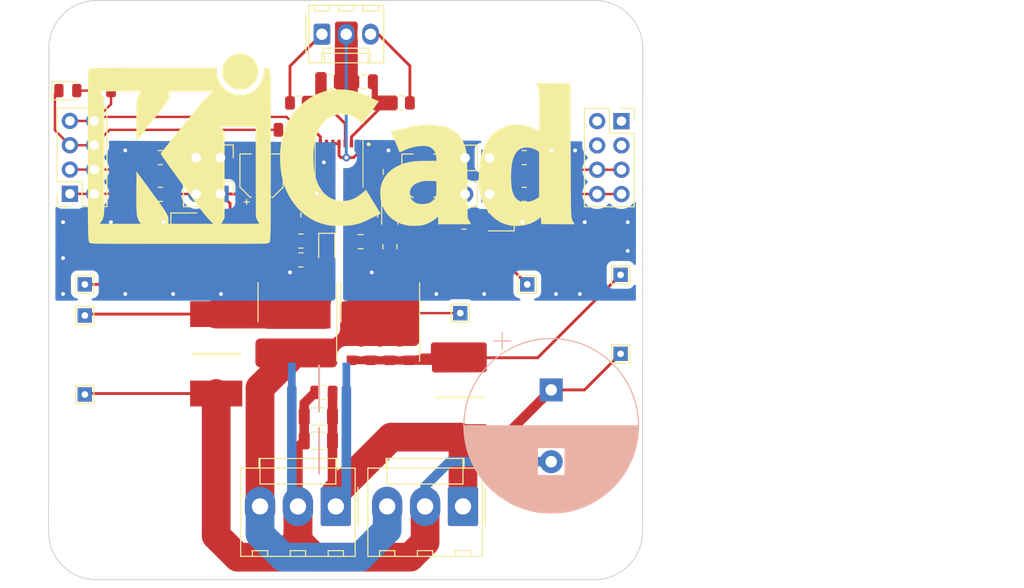
<source format=kicad_pcb>
(kicad_pcb (version 20211014) (generator pcbnew)
  (title_block (comment 4 "AISLER Project ID: ZPYPMIGU"))
  (layers (0 "F.Cu" mixed) (31 "B.Cu" mixed) (34 "B.Paste" user) (35 "F.Paste" user) (36 "B.SilkS" user "B.Silkscreen") (37 "F.SilkS" user "F.Silkscreen") (38 "B.Mask" user) (39 "F.Mask" user) (44 "Edge.Cuts" user))
  (net 0 "")
  (net 1 "GND")
  (net 2 "+3.3V")
  (net 3 "VCCA")
  (net 4 "VCCB")
  (net 5 "GND1")
  (net 6 "LED1")
  (net 7 "Net-(C5-Pad1)")
  (net 8 "Net-(C5-Pad2)")
  (net 9 "GND2")
  (net 10 "OUTA")
  (net 11 "GND3")
  (net 12 "Net-(D1-Pad2)")
  (net 13 "Net-(D2-Pad2)")
  (net 14 "Net-(D5-Pad2)")
  (net 15 "Net-(D6-Pad2)")
  (net 16 "Net-(D7-Pad2)")
  (net 17 "Net-(Q2-Pad8)")
  (net 18 "Net-(J2-Pad1)")
  (net 19 "Net-(J2-Pad3)")
  (net 20 "HVDC+")
  (net 21 "PWM1")
  (net 22 "PWM2")
  (net 23 "OUTB")
  (net 24 "gnd-1")
  (net 25 "LED2")
  (net 26 "gnd-2")
  (net 27 "Net-(C4-Pad2)")
  (net 28 "Net-(J1-Pad3)")
  (net 30 "Net-(Q1-Pad1)")
  (net 31 "Net-(Q2-Pad5)")
  (net 32 "Net-(FB3-Pad1)")
  (net 33 "Net-(FB4-Pad1)")
  (net 38 "Net-(FB1-Pad2)")
  (net 39 "Net-(FB2-Pad1)")
  (footprint "LED_SMD:LED_0805_2012Metric" (layer "F.Cu") (at 107.78 58.46)
    (fp_text reference "D5" hide)
    (fp_text value "LED")
    (pad "1" smd roundrect (at -0.9375 0) (size 0.975 1.4) (layers "F.Cu" "F.Paste" "F.Mask") (net 1 "GND"))
    (pad "2" smd roundrect (at 0.9375 0) (size 0.975 1.4) (layers "F.Cu" "F.Paste" "F.Mask") (net 14 "Net-(D5-Pad2)"))
  )
  (footprint "Connector_Molex:Molex_KK-254_AE-6410-03A_1x03_P2.54mm_Vertical" (layer "F.Cu") (at 134.325 52.57)
    (fp_text reference "J2" hide)
    (fp_text value "PWM")
    (pad "1" thru_hole roundrect (at 0 0) (size 1.74 2.19) (drill 1.19) (layers *.Cu *.Mask) (roundrect_rratio 0.1436781609) (net 18 "Net-(J2-Pad1)"))
    (pad "2" thru_hole oval (at 2.54 0) (size 1.74 2.19) (drill 1.19) (layers *.Cu *.Mask) (net 1 "GND"))
    (pad "3" thru_hole oval (at 5.08 0) (size 1.74 2.19) (drill 1.19) (layers *.Cu *.Mask) (net 19 "Net-(J2-Pad3)"))
  )
  (footprint "MountingHole:MountingHole_3.2mm_M3" (layer "F.Cu") (at 163.88 53.11)
    (fp_text reference "H3" hide)
    (fp_text value "MountingHole")
    (pad "" np_thru_hole circle (at 0 0) (size 3.2 3.2) (drill 3.2) (layers *.Cu *.Mask))
  )
  (footprint "Resistor_SMD:R_0805_2012Metric" (layer "F.Cu") (at 139.102656 59.75 180)
    (fp_text reference "R16" hide)
    (fp_text value "10k")
    (pad "1" smd roundrect (at -0.9125 0 180) (size 1.025 1.4) (layers "F.Cu" "F.Paste" "F.Mask") (roundrect_rratio 0.243902439) (net 21 "PWM1"))
    (pad "2" smd roundrect (at 0.9125 0 180) (size 1.025 1.4) (layers "F.Cu" "F.Paste" "F.Mask") (roundrect_rratio 0.243902439) (net 1 "GND"))
  )
  (footprint "Connector_PinHeader_2.54mm:PinHeader_1x02_P2.54mm_Vertical" (layer "F.Cu") (at 123.73 69.26 -90)
    (fp_text reference "J6" hide)
    (fp_text value "5V")
    (pad "1" thru_hole rect (at 0 0 270) (size 1.7 1.7) (drill 1) (layers *.Cu *.Mask) (net 25 "LED2"))
    (pad "2" thru_hole oval (at 0 2.54 270) (size 1.7 1.7) (drill 1) (layers *.Cu *.Mask) (net 4 "VCCB"))
  )
  (footprint "Resistor_SMD:R_0805_2012Metric" (layer "F.Cu") (at 123.83 72.16)
    (fp_text reference "R12" hide)
    (fp_text value "4.7k")
    (pad "1" smd roundrect (at -0.9125 0) (size 1.025 1.4) (layers "F.Cu" "F.Paste" "F.Mask") (roundrect_rratio 0.243902439) (net 16 "Net-(D7-Pad2)"))
    (pad "2" smd roundrect (at 0.9125 0) (size 1.025 1.4) (layers "F.Cu" "F.Paste" "F.Mask") (roundrect_rratio 0.243902439) (net 25 "LED2"))
  )
  (footprint "Capacitor_SMD:CP_Elec_4x5.8" (layer "F.Cu") (at 128.02 67.34 90)
    (fp_text reference "C16" hide)
    (fp_text value "10uF/35V")
    (pad "1" smd roundrect (at -1.8 0 90) (size 2.6 1.6) (layers "F.Cu" "F.Paste" "F.Mask") (roundrect_rratio 0.15625) (net 25 "LED2"))
    (pad "2" smd roundrect (at 1.8 0 90) (size 2.6 1.6) (layers "F.Cu" "F.Paste" "F.Mask") (roundrect_rratio 0.15625) (net 26 "gnd-2"))
  )
  (footprint "2EDF7275KXUMA1:2EDF7275KXUMA1" (layer "F.Cu") (at 136.115 66.07 180)
    (fp_text reference "IC1" hide)
    (fp_text value "2EDF7275KXUMA1" hide)
    (pad "1" smd rect (at -1.95 2.075 180) (size 0.35 0.8) (layers "F.Cu" "F.Paste" "F.Mask") (net 1 "GND"))
    (pad "2" smd rect (at -1.3 2.075 180) (size 0.35 0.8) (layers "F.Cu" "F.Paste" "F.Mask") (net 21 "PWM1"))
    (pad "3" smd rect (at -0.65 2.075 180) (size 0.35 0.8) (layers "F.Cu" "F.Paste" "F.Mask") (net 22 "PWM2"))
    (pad "4" smd rect (at 0 2.075 180) (size 0.35 0.8) (layers "F.Cu" "F.Paste" "F.Mask") (net 1 "GND"))
    (pad "5" smd rect (at 0.65 2.075 180) (size 0.35 0.8) (layers "F.Cu" "F.Paste" "F.Mask") (net 1 "GND"))
    (pad "6" smd rect (at 1.3 2.075 180) (size 0.35 0.8) (layers "F.Cu" "F.Paste" "F.Mask"))
    (pad "7" smd rect (at 1.95 2.075 180) (size 0.35 0.8) (layers "F.Cu" "F.Paste" "F.Mask") (net 2 "+3.3V"))
    (pad "8" smd rect (at 1.95 -2.075 180) (size 0.35 0.8) (layers "F.Cu" "F.Paste" "F.Mask") (net 26 "gnd-2"))
    (pad "9" smd rect (at 1.3 -2.075 180) (size 0.35 0.8) (layers "F.Cu" "F.Paste" "F.Mask") (net 23 "OUTB"))
    (pad "10" smd rect (at 0.65 -2.075 180) (size 0.35 0.8) (layers "F.Cu" "F.Paste" "F.Mask") (net 25 "LED2"))
    (pad "11" smd rect (at -0.65 -2.075 180) (size 0.35 0.8) (layers "F.Cu" "F.Paste" "F.Mask") (net 24 "gnd-1"))
    (pad "12" smd rect (at -1.3 -2.075 180) (size 0.35 0.8) (layers "F.Cu" "F.Paste" "F.Mask") (net 10 "OUTA"))
    (pad "13" smd rect (at -1.95 -2.075 180) (size 0.35 0.8) (layers "F.Cu" "F.Paste" "F.Mask") (net 6 "LED1"))
  )
  (footprint "Resistor_SMD:R_0805_2012Metric" (layer "F.Cu") (at 134.53 89.99 180)
    (fp_text reference "R8" hide)
    (fp_text value "500k")
    (pad "1" smd roundrect (at -0.9125 0 180) (size 1.025 1.4) (layers "F.Cu" "F.Paste" "F.Mask") (roundrect_rratio 0.243902439) (net 20 "HVDC+"))
    (pad "2" smd roundrect (at 0.9125 0 180) (size 1.025 1.4) (layers "F.Cu" "F.Paste" "F.Mask") (roundrect_rratio 0.243902439) (net 11 "GND3"))
  )
  (footprint "Capacitor_SMD:C_0805_2012Metric" (layer "F.Cu") (at 130.73 62.56)
    (fp_text reference "C1" hide)
    (fp_text value "100nF")
    (pad "1" smd roundrect (at -0.95 0) (size 1 1.45) (layers "F.Cu" "F.Paste" "F.Mask") (net 1 "GND"))
    (pad "2" smd roundrect (at 0.95 0) (size 1 1.45) (layers "F.Cu" "F.Paste" "F.Mask") (net 2 "+3.3V"))
  )
  (footprint "Resistor_SMD:R_0805_2012Metric" (layer "F.Cu") (at 117.4425 65.46)
    (fp_text reference "FB2" hide)
    (fp_text value "fb")
    (pad "1" smd roundrect (at -0.9125 0) (size 1.025 1.4) (layers "F.Cu" "F.Paste" "F.Mask") (roundrect_rratio 0.243902) (net 39 "Net-(FB2-Pad1)"))
    (pad "2" smd roundrect (at 0.9125 0) (size 1.025 1.4) (layers "F.Cu" "F.Paste" "F.Mask") (roundrect_rratio 0.243902) (net 9 "GND2"))
  )
  (footprint "Resistor_SMD:R_0805_2012Metric" (layer "F.Cu") (at 131.905 59.75)
    (fp_text reference "R13" hide)
    (fp_text value "100")
    (pad "1" smd roundrect (at -0.9125 0) (size 1.025 1.4) (layers "F.Cu" "F.Paste" "F.Mask") (roundrect_rratio 0.243902439) (net 18 "Net-(J2-Pad1)"))
    (pad "2" smd roundrect (at 0.9125 0) (size 1.025 1.4) (layers "F.Cu" "F.Paste" "F.Mask") (roundrect_rratio 0.243902439) (net 22 "PWM2"))
  )
  (footprint "Resistor_SMD:R_0805_2012Metric" (layer "F.Cu") (at 132.86 71.457064 -90)
    (fp_text reference "R1" hide)
    (fp_text value "470")
    (pad "1" smd roundrect (at -0.9125 0 270) (size 1.025 1.4) (layers "F.Cu" "F.Paste" "F.Mask") (roundrect_rratio 0.243902439) (net 23 "OUTB"))
    (pad "2" smd roundrect (at 0.9125 0 270) (size 1.025 1.4) (layers "F.Cu" "F.Paste" "F.Mask") (roundrect_rratio 0.243902439) (net 17 "Net-(Q2-Pad8)"))
  )
  (footprint "Resistor_SMD:R_0805_2012Metric" (layer "F.Cu") (at 137.395 71.45 -90)
    (fp_text reference "R3" hide)
    (fp_text value "470")
    (pad "1" smd roundrect (at -0.9125 0 270) (size 1.025 1.4) (layers "F.Cu" "F.Paste" "F.Mask") (roundrect_rratio 0.243902439) (net 10 "OUTA"))
    (pad "2" smd roundrect (at 0.9125 0 270) (size 1.025 1.4) (layers "F.Cu" "F.Paste" "F.Mask") (roundrect_rratio 0.243902439) (net 8 "Net-(C5-Pad2)"))
  )
  (footprint "LED_SMD:LED_0805_2012Metric" (layer "F.Cu") (at 152.73 72.16 180)
    (fp_text reference "D6" hide)
    (fp_text value "LED")
    (pad "1" smd roundrect (at -0.9375 0 180) (size 0.975 1.4) (layers "F.Cu" "F.Paste" "F.Mask") (net 24 "gnd-1"))
    (pad "2" smd roundrect (at 0.9375 0 180) (size 0.975 1.4) (layers "F.Cu" "F.Paste" "F.Mask") (net 15 "Net-(D6-Pad2)"))
  )
  (footprint "TestPoint:TestPoint_THTPad_1.5x1.5mm_Drill0.7mm" (layer "F.Cu") (at 148.78 81.71)
    (fp_text reference "TP4" hide)
    (fp_text value "TestPoint_Alt")
    (pad "1" thru_hole rect (at 0 0) (size 1.5 1.5) (drill 0.7) (layers *.Cu *.Mask) (net 28 "Net-(J1-Pad3)"))
  )
  (footprint "Resistor_SMD:R_0805_2012Metric" (layer "F.Cu") (at 111.38 58.46)
    (fp_text reference "R10" hide)
    (fp_text value "4.7k")
    (pad "1" smd roundrect (at -0.9125 0) (size 1.025 1.4) (layers "F.Cu" "F.Paste" "F.Mask") (roundrect_rratio 0.243902439) (net 14 "Net-(D5-Pad2)"))
    (pad "2" smd roundrect (at 0.9125 0) (size 1.025 1.4) (layers "F.Cu" "F.Paste" "F.Mask") (roundrect_rratio 0.243902439) (net 2 "+3.3V"))
  )
  (footprint "TestPoint:TestPoint_THTPad_1.5x1.5mm_Drill0.7mm" (layer "F.Cu") (at 165.53 85.96)
    (fp_text reference "TP6" hide)
    (fp_text value "TestPoint_Alt")
    (pad "1" thru_hole rect (at 0 0) (size 1.5 1.5) (drill 0.7) (layers *.Cu *.Mask) (net 20 "HVDC+"))
  )
  (footprint "Package_SON:Infineon_PG-LSON-8-1" (layer "F.Cu") (at 140.42 82.64 90)
    (fp_text reference "Q1" hide)
    (fp_text value "IGLD60R190D1")
    (pad "1" smd rect (at -4 -3 90) (size 1 1) (layers "F.Cu" "F.Paste" "F.Mask") (net 30 "Net-(Q1-Pad1)"))
    (pad "2" smd rect (at -4 -1 90) (size 1 1) (layers "F.Cu" "F.Paste" "F.Mask") (net 30 "Net-(Q1-Pad1)"))
    (pad "3" smd rect (at -4 1 90) (size 1 1) (layers "F.Cu" "F.Paste" "F.Mask") (net 30 "Net-(Q1-Pad1)"))
    (pad "4" smd rect (at -4 3 90) (size 1 1) (layers "F.Cu" "F.Paste" "F.Mask") (net 30 "Net-(Q1-Pad1)"))
    (pad "5" smd rect (at 4 3 90) (size 1 1) (layers "F.Cu" "F.Paste" "F.Mask") (net 28 "Net-(J1-Pad3)"))
    (pad "6" smd rect (at 4 1 90) (size 1 1) (layers "F.Cu" "F.Paste" "F.Mask") (net 28 "Net-(J1-Pad3)"))
    (pad "7" smd rect (at 4 -1 90) (size 1 1) (layers "F.Cu" "F.Paste" "F.Mask") (net 24 "gnd-1"))
    (pad "8" smd rect (at 4 -3 90) (size 1 1) (layers "F.Cu" "F.Paste" "F.Mask") (net 8 "Net-(C5-Pad2)"))
    (pad "9" smd rect (at 0.9 0 90) (size 3.2 6.94) (layers "F.Cu" "F.Mask") (net 28 "Net-(J1-Pad3)"))
  )
  (footprint "Resistor_SMD:R_0805_2012Metric" (layer "F.Cu") (at 139.4075 71.45 -90)
    (fp_text reference "R2" hide)
    (fp_text value "10")
    (pad "1" smd roundrect (at -0.9125 0 270) (size 1.025 1.4) (layers "F.Cu" "F.Paste" "F.Mask") (roundrect_rratio 0.243902439) (net 10 "OUTA"))
    (pad "2" smd roundrect (at 0.9125 0 270) (size 1.025 1.4) (layers "F.Cu" "F.Paste" "F.Mask") (roundrect_rratio 0.243902439) (net 7 "Net-(C5-Pad1)"))
  )
  (footprint "Connector_PinHeader_2.54mm:PinHeader_1x02_P2.54mm_Vertical" (layer "F.Cu") (at 123.73 65.47 -90)
    (fp_text reference "J7" hide)
    (fp_text value "GND2")
    (pad "1" thru_hole rect (at 0 0 270) (size 1.7 1.7) (drill 1) (layers *.Cu *.Mask) (net 26 "gnd-2"))
    (pad "2" thru_hole oval (at 0 2.54 270) (size 1.7 1.7) (drill 1) (layers *.Cu *.Mask) (net 9 "GND2"))
  )
  (footprint "Resistor_SMD:R_0805_2012Metric" (layer "F.Cu") (at 141.43 74.78 -90)
    (fp_text reference "R5" hide)
    (fp_text value "5.1")
    (pad "1" smd roundrect (at -0.9125 0 270) (size 1.025 1.4) (layers "F.Cu" "F.Paste" "F.Mask") (roundrect_rratio 0.243902439) (net 12 "Net-(D1-Pad2)"))
    (pad "2" smd roundrect (at 0.9125 0 270) (size 1.025 1.4) (layers "F.Cu" "F.Paste" "F.Mask") (roundrect_rratio 0.243902439) (net 7 "Net-(C5-Pad1)"))
  )
  (footprint "Capacitor_SMD:C_0805_2012Metric" (layer "F.Cu") (at 138.68 57.55)
    (fp_text reference "C14" hide)
    (fp_text value "100nF")
    (pad "1" smd roundrect (at -0.95 0) (size 1 1.45) (layers "F.Cu" "F.Paste" "F.Mask") (net 1 "GND"))
    (pad "2" smd roundrect (at 0.95 0) (size 1 1.45) (layers "F.Cu" "F.Paste" "F.Mask") (net 21 "PWM1"))
  )
  (footprint "Resistor_SMD:R_0805_2012Metric" (layer "F.Cu") (at 155.46 65.46)
    (fp_text reference "FB1" hide)
    (fp_text value "fb")
    (pad "1" smd roundrect (at -0.9125 0) (size 1.025 1.4) (layers "F.Cu" "F.Paste" "F.Mask") (roundrect_rratio 0.243902) (net 5 "GND1"))
    (pad "2" smd roundrect (at 0.9125 0) (size 1.025 1.4) (layers "F.Cu" "F.Paste" "F.Mask") (roundrect_rratio 0.243902) (net 38 "Net-(FB1-Pad2)"))
  )
  (footprint "Resistor_SMD:R_0805_2012Metric" (layer "F.Cu") (at 155.46 69.3 180)
    (fp_text reference "FB4" hide)
    (fp_text value "fb")
    (pad "1" smd roundrect (at -0.9125 0 180) (size 1.025 1.4) (layers "F.Cu" "F.Paste" "F.Mask") (roundrect_rratio 0.243902439) (net 33 "Net-(FB4-Pad1)"))
    (pad "2" smd roundrect (at 0.9125 0 180) (size 1.025 1.4) (layers "F.Cu" "F.Paste" "F.Mask") (roundrect_rratio 0.243902439) (net 3 "VCCA"))
  )
  (footprint "Resistor_SMD:R_0805_2012Metric" (layer "F.Cu") (at 132.13 74.18 180)
    (fp_text reference "R4" hide)
    (fp_text value "10")
    (pad "1" smd roundrect (at -0.9125 0 180) (size 1.025 1.4) (layers "F.Cu" "F.Paste" "F.Mask") (roundrect_rratio 0.243902439) (net 27 "Net-(C4-Pad2)"))
    (pad "2" smd roundrect (at 0.9125 0 180) (size 1.025 1.4) (layers "F.Cu" "F.Paste" "F.Mask") (roundrect_rratio 0.243902439) (net 17 "Net-(Q2-Pad8)"))
  )
  (footprint "TestPoint:TestPoint_THTPad_1.5x1.5mm_Drill0.7mm" (layer "F.Cu") (at 109.555 90.21)
    (fp_text reference "TP7" hide)
    (fp_text value "TestPoint_Alt")
    (pad "1" thru_hole rect (at 0 0) (size 1.5 1.5) (drill 0.7) (layers *.Cu *.Mask) (net 11 "GND3"))
  )
  (footprint "Resistor_SMD:R_0805_2012Metric" (layer "F.Cu") (at 149.17 72.205 180)
    (fp_text reference "R11" hide)
    (fp_text value "4.7k")
    (pad "1" smd roundrect (at -0.9125 0 180) (size 1.025 1.4) (layers "F.Cu" "F.Paste" "F.Mask") (roundrect_rratio 0.243902439) (net 15 "Net-(D6-Pad2)"))
    (pad "2" smd roundrect (at 0.9125 0 180) (size 1.025 1.4) (layers "F.Cu" "F.Paste" "F.Mask") (roundrect_rratio 0.243902439) (net 6 "LED1"))
  )
  (footprint "Capacitor_SMD:C_0805_2012Metric" (layer "F.Cu") (at 135.185 57.535 180)
    (fp_text reference "C13" hide)
    (fp_text value "100nF")
    (pad "1" smd roundrect (at -0.95 0 180) (size 1 1.45) (layers "F.Cu" "F.Paste" "F.Mask") (net 1 "GND"))
    (pad "2" smd roundrect (at 0.95 0 180) (size 1 1.45) (layers "F.Cu" "F.Paste" "F.Mask") (net 22 "PWM2"))
  )
  (footprint "Symbol:KiCad-Logo_20mm_SilkScreen" (layer "F.Cu") (at 135.28 64.46)
    (fp_text reference "N1" hide)
    (fp_text value "Housing" hide)
  )
  (footprint "Connector_PinSocket_2.54mm:PinSocket_2x04_P2.54mm_Vertical" (layer "F.Cu") (at 108 69.25 180)
    (fp_text reference "J9" hide)
    (fp_text value "Conn_02x04_Odd_Even")
    (pad "1" thru_hole rect (at 0 0 180) (size 1.7 1.7) (drill 1) (layers *.Cu *.Mask) (net 32 "Net-(FB3-Pad1)"))
    (pad "2" thru_hole oval (at -2.54 0 180) (size 1.7 1.7) (drill 1) (layers *.Cu *.Mask) (net 32 "Net-(FB3-Pad1)"))
    (pad "3" thru_hole oval (at 0 2.54 180) (size 1.7 1.7) (drill 1) (layers *.Cu *.Mask) (net 39 "Net-(FB2-Pad1)"))
    (pad "4" thru_hole oval (at -2.54 2.54 180) (size 1.7 1.7) (drill 1) (layers *.Cu *.Mask) (net 39 "Net-(FB2-Pad1)"))
    (pad "5" thru_hole oval (at 0 5.08 180) (size 1.7 1.7) (drill 1) (layers *.Cu *.Mask) (net 1 "GND"))
    (pad "6" thru_hole oval (at -2.54 5.08 180) (size 1.7 1.7) (drill 1) (layers *.Cu *.Mask) (net 1 "GND"))
    (pad "7" thru_hole oval (at 0 7.62 180) (size 1.7 1.7) (drill 1) (layers *.Cu *.Mask) (net 2 "+3.3V"))
    (pad "8" thru_hole oval (at -2.54 7.62 180) (size 1.7 1.7) (drill 1) (layers *.Cu *.Mask) (net 2 "+3.3V"))
  )
  (footprint "Connector_PinHeader_2.54mm:PinHeader_1x02_P2.54mm_Vertical" (layer "F.Cu") (at 151.835 69.28 -90)
    (fp_text reference "J5" hide)
    (fp_text value "5V")
    (pad "1" thru_hole rect (at 0 0 270) (size 1.7 1.7) (drill 1) (layers *.Cu *.Mask) (net 3 "VCCA"))
    (pad "2" thru_hole oval (at 0 2.54 270) (size 1.7 1.7) (drill 1) (layers *.Cu *.Mask) (net 6 "LED1"))
  )
  (footprint "Capacitor_SMD:C_0805_2012Metric" (layer "F.Cu") (at 138.37 74.24 180)
    (fp_text reference "C5" hide)
    (fp_text value "2.2nF")
    (pad "1" smd roundrect (at -0.95 0 180) (size 1 1.45) (layers "F.Cu" "F.Paste" "F.Mask") (net 7 "Net-(C5-Pad1)"))
    (pad "2" smd roundrect (at 0.95 0 180) (size 1 1.45) (layers "F.Cu" "F.Paste" "F.Mask") (net 8 "Net-(C5-Pad2)"))
  )
  (footprint "footprint:RESC10052X50N" (layer "F.Cu") (at 123.28 85.96 -90)
    (fp_text reference "R9" hide)
    (fp_text value "WSLP3921L1000FEA" hide)
    (pad "1" smd rect (at -4.15 0 270) (size 2.7 5.45) (layers "F.Cu" "F.Paste" "F.Mask") (net 31 "Net-(Q2-Pad5)"))
    (pad "2" smd rect (at 4.15 0 270) (size 2.7 5.45) (layers "F.Cu" "F.Paste" "F.Mask") (net 11 "GND3"))
  )
  (footprint "MountingHole:MountingHole_3.2mm_M3" (layer "F.Cu") (at 110.03 53.16)
    (fp_text reference "H4" hide)
    (fp_text value "MountingHole")
    (pad "" np_thru_hole circle (at 0 0) (size 3.2 3.2) (drill 3.2) (layers *.Cu *.Mask))
  )
  (footprint "Package_SON:Infineon_PG-LSON-8-1" (layer "F.Cu") (at 131.76 82.61 90)
    (fp_text reference "Q2" hide)
    (fp_text value "IGLD60R190D1")
    (pad "1" smd rect (at -4 -3 90) (size 1 1) (layers "F.Cu" "F.Paste" "F.Mask") (net 28 "Net-(J1-Pad3)"))
    (pad "2" smd rect (at -4 -1 90) (size 1 1) (layers "F.Cu" "F.Paste" "F.Mask") (net 28 "Net-(J1-Pad3)"))
    (pad "3" smd rect (at -4 1 90) (size 1 1) (layers "F.Cu" "F.Paste" "F.Mask") (net 28 "Net-(J1-Pad3)"))
    (pad "4" smd rect (at -4 3 90) (size 1 1) (layers "F.Cu" "F.Paste" "F.Mask") (net 28 "Net-(J1-Pad3)"))
    (pad "5" smd rect (at 4 3 90) (size 1 1) (layers "F.Cu" "F.Paste" "F.Mask") (net 31 "Net-(Q2-Pad5)"))
    (pad "6" smd rect (at 4 1 90) (size 1 1) (layers "F.Cu" "F.Paste" "F.Mask") (net 31 "Net-(Q2-Pad5)"))
    (pad "7" smd rect (at 4 -1 90) (size 1 1) (layers "F.Cu" "F.Paste" "F.Mask") (net 26 "gnd-2"))
    (pad "8" smd rect (at 4 -3 90) (size 1 1) (layers "F.Cu" "F.Paste" "F.Mask") (net 17 "Net-(Q2-Pad8)"))
    (pad "9" smd rect (at 0.9 0 90) (size 3.2 6.94) (layers "F.Cu" "F.Mask") (net 31 "Net-(Q2-Pad5)"))
  )
  (footprint "Diode_SMD:D_SOD-323" (layer "F.Cu") (at 134.84 74.87 -90)
    (fp_text reference "D2" hide)
    (fp_text value "BAT165")
    (pad "1" smd rect (at -1.05 0 270) (size 0.6 0.45) (layers "F.Cu" "F.Paste" "F.Mask") (net 27 "Net-(C4-Pad2)"))
    (pad "2" smd rect (at 1.05 0 270) (size 0.6 0.45) (layers "F.Cu" "F.Paste" "F.Mask") (net 13 "Net-(D2-Pad2)"))
  )
  (footprint "Capacitor_SMD:C_0805_2012Metric" (layer "F.Cu") (at 134.875 71.477064 -90)
    (fp_text reference "C4" hide)
    (fp_text value "2.2nF")
    (pad "1" smd roundrect (at -0.95 0 270) (size 1 1.45) (layers "F.Cu" "F.Paste" "F.Mask") (net 23 "OUTB"))
    (pad "2" smd roundrect (at 0.95 0 270) (size 1 1.45) (layers "F.Cu" "F.Paste" "F.Mask") (net 27 "Net-(C4-Pad2)"))
  )
  (footprint "Connector_Molex:Molex_KK-396_A-41791-0003_1x03_P3.96mm_Vertical" (layer "F.Cu") (at 135.78 101.905 180)
    (fp_text reference "J3" hide)
    (fp_text value "HVDC2")
    (pad "1" thru_hole roundrect (at 0 0 180) (size 3.16 4.1) (drill 1.7) (layers *.Cu *.Mask) (roundrect_rratio 0.07911392405) (net 20 "HVDC+"))
    (pad "2" thru_hole oval (at 3.96 0 180) (size 3.16 4.1) (drill 1.7) (layers *.Cu *.Mask) (net 11 "GND3"))
    (pad "3" thru_hole oval (at 7.92 0 180) (size 3.16 4.1) (drill 1.7) (layers *.Cu *.Mask) (net 28 "Net-(J1-Pad3)"))
  )
  (footprint "Resistor_SMD:R_0805_2012Metric" (layer "F.Cu") (at 142.605 59.75 180)
    (fp_text reference "R14" hide)
    (fp_text value "100")
    (pad "1" smd roundrect (at -0.9125 0 180) (size 1.025 1.4) (layers "F.Cu" "F.Paste" "F.Mask") (roundrect_rratio 0.243902439) (net 19 "Net-(J2-Pad3)"))
    (pad "2" smd roundrect (at 0.9125 0 180) (size 1.025 1.4) (layers "F.Cu" "F.Paste" "F.Mask") (roundrect_rratio 0.243902439) (net 21 "PWM1"))
  )
  (footprint "TestPoint:TestPoint_THTPad_1.5x1.5mm_Drill0.7mm" (layer "F.Cu") (at 109.555 78.71)
    (fp_text reference "TP2" hide)
    (fp_text value "TestPoint_Alt")
    (pad "1" thru_hole rect (at 0 0) (size 1.5 1.5) (drill 0.7) (layers *.Cu *.Mask) (net 17 "Net-(Q2-Pad8)"))
  )
  (footprint "TestPoint:TestPoint_THTPad_1.5x1.5mm_Drill0.7mm" (layer "F.Cu") (at 109.555 81.96)
    (fp_text reference "TP5" hide)
    (fp_text value "TestPoint_Alt")
    (pad "1" thru_hole rect (at 0 0) (size 1.5 1.5) (drill 0.7) (layers *.Cu *.Mask) (net 31 "Net-(Q2-Pad5)"))
  )
  (footprint "LED_SMD:LED_0805_2012Metric" (layer "F.Cu") (at 120.23 72.205)
    (fp_text reference "D7" hide)
    (fp_text value "LED")
    (pad "1" smd roundrect (at -0.9375 0) (size 0.975 1.4) (layers "F.Cu" "F.Paste" "F.Mask") (net 26 "gnd-2"))
    (pad "2" smd roundrect (at 0.9375 0) (size 0.975 1.4) (layers "F.Cu" "F.Paste" "F.Mask") (net 16 "Net-(D7-Pad2)"))
  )
  (footprint "Resistor_SMD:R_0805_2012Metric" (layer "F.Cu") (at 135.503828 59.75)
    (fp_text reference "R15" hide)
    (fp_text value "10k")
    (pad "1" smd roundrect (at -0.9125 0) (size 1.025 1.4) (layers "F.Cu" "F.Paste" "F.Mask") (roundrect_rratio 0.243902439) (net 22 "PWM2"))
    (pad "2" smd roundrect (at 0.9125 0) (size 1.025 1.4) (layers "F.Cu" "F.Paste" "F.Mask") (roundrect_rratio 0.243902439) (net 1 "GND"))
  )
  (footprint "Connector_PinSocket_2.54mm:PinSocket_2x04_P2.54mm_Vertical" (layer "F.Cu") (at 165.62 61.65)
    (fp_text reference "J4" hide)
    (fp_text value "Conn_02x04_Odd_Even")
    (pad "1" thru_hole rect (at 0 0) (size 1.7 1.7) (drill 1) (layers *.Cu *.Mask))
    (pad "2" thru_hole oval (at -2.54 0) (size 1.7 1.7) (drill 1) (layers *.Cu *.Mask))
    (pad "3" thru_hole oval (at 0 2.54) (size 1.7 1.7) (drill 1) (layers *.Cu *.Mask))
    (pad "4" thru_hole oval (at -2.54 2.54) (size 1.7 1.7) (drill 1) (layers *.Cu *.Mask))
    (pad "5" thru_hole oval (at 0 5.08) (size 1.7 1.7) (drill 1) (layers *.Cu *.Mask) (net 38 "Net-(FB1-Pad2)"))
    (pad "6" thru_hole oval (at -2.54 5.08) (size 1.7 1.7) (drill 1) (layers *.Cu *.Mask) (net 38 "Net-(FB1-Pad2)"))
    (pad "7" thru_hole oval (at 0 7.62) (size 1.7 1.7) (drill 1) (layers *.Cu *.Mask) (net 33 "Net-(FB4-Pad1)"))
    (pad "8" thru_hole oval (at -2.54 7.62) (size 1.7 1.7) (drill 1) (layers *.Cu *.Mask) (net 33 "Net-(FB4-Pad1)"))
  )
  (footprint "TestPoint:TestPoint_THTPad_1.5x1.5mm_Drill0.7mm" (layer "F.Cu") (at 155.78 78.71)
    (fp_text reference "TP1" hide)
    (fp_text value "TestPoint_Alt")
    (pad "1" thru_hole rect (at 0 0) (size 1.5 1.5) (drill 0.7) (layers *.Cu *.Mask) (net 8 "Net-(C5-Pad2)"))
  )
  (footprint "Capacitor_SMD:C_1206_3216Metric" (layer "F.Cu") (at 133.955 95.05 180)
    (fp_text reference "C7" hide)
    (fp_text value "100nF/450V")
    (pad "1" smd roundrect (at -1.475 0 180) (size 1.15 1.8) (layers "F.Cu" "F.Paste" "F.Mask") (roundrect_rratio 0.2173913043) (net 20 "HVDC+"))
    (pad "2" smd roundrect (at 1.475 0 180) (size 1.15 1.8) (layers "F.Cu" "F.Paste" "F.Mask") (roundrect_rratio 0.2173913043) (net 11 "GND3"))
  )
  (footprint "footprint:RESC10052X50N" (layer "F.Cu") (at 148.78 90.52 -90)
    (fp_text reference "R7" hide)
    (fp_text value "WSLP3921L1000FEA" hide)
    (pad "1" smd rect (at -4.15 0 270) (size 2.7 5.45) (layers "F.Cu" "F.Paste" "F.Mask") (net 30 "Net-(Q1-Pad1)"))
    (pad "2" smd rect (at 4.15 0 270) (size 2.7 5.45) (layers "F.Cu" "F.Paste" "F.Mask") (net 20 "HVDC+"))
  )
  (footprint "Diode_SMD:D_SOD-323" (layer "F.Cu") (at 141.42 71.37 -90)
    (fp_text reference "D1" hide)
    (fp_text value "BAT165")
    (pad "1" smd rect (at -1.05 0 270) (size 0.6 0.45) (layers "F.Cu" "F.Paste" "F.Mask") (net 10 "OUTA"))
    (pad "2" smd rect (at 1.05 0 270) (size 0.6 0.45) (layers "F.Cu" "F.Paste" "F.Mask") (net 12 "Net-(D1-Pad2)"))
  )
  (footprint "Connector_Molex:Molex_KK-396_A-41791-0003_1x03_P3.96mm_Vertical" (layer "F.Cu") (at 149.064 101.905 180)
    (fp_text reference "J1" hide)
    (fp_text value "HVDC1")
    (pad "1" thru_hole roundrect (at 0 0 180) (size 3.16 4.1) (drill 1.7) (layers *.Cu *.Mask) (roundrect_rratio 0.07911392405) (net 20 "HVDC+"))
    (pad "2" thru_hole oval (at 3.96 0 180) (size 3.16 4.1) (drill 1.7) (layers *.Cu *.Mask) (net 11 "GND3"))
    (pad "3" thru_hole oval (at 7.92 0 180) (size 3.16 4.1) (drill 1.7) (layers *.Cu *.Mask) (net 28 "Net-(J1-Pad3)"))
  )
  (footprint "MountingHole:MountingHole_3.2mm_M3" (layer "F.Cu") (at 163.93 105.36)
    (fp_text reference "H1" hide)
    (fp_text value "MountingHole")
    (pad "" np_thru_hole circle (at 0 0) (size 3.2 3.2) (drill 3.2) (layers *.Cu *.Mask))
  )
  (footprint "Capacitor_SMD:C_0805_2012Metric" (layer "F.Cu") (at 131.49 66.96 -90)
    (fp_text reference "C3" hide)
    (fp_text value "1uF")
    (pad "1" smd roundrect (at -0.95 0 270) (size 1 1.45) (layers "F.Cu" "F.Paste" "F.Mask") (net 26 "gnd-2"))
    (pad "2" smd roundrect (at 0.95 0 270) (size 1 1.45) (layers "F.Cu" "F.Paste" "F.Mask") (net 25 "LED2"))
  )
  (footprint "Connector_PinHeader_2.54mm:PinHeader_1x02_P2.54mm_Vertical" (layer "F.Cu") (at 151.83 65.49 -90)
    (fp_text reference "J8" hide)
    (fp_text value "GND1")
    (pad "1" thru_hole rect (at 0 0 270) (size 1.7 1.7) (drill 1) (layers *.Cu *.Mask) (net 5 "GND1"))
    (pad "2" thru_hole oval (at 0 2.54 270) (size 1.7 1.7) (drill 1) (layers *.Cu *.Mask) (net 24 "gnd-1"))
  )
  (footprint "TestPoint:TestPoint_THTPad_1.5x1.5mm_Drill0.7mm" (layer "F.Cu") (at 165.53 77.71)
    (fp_text reference "TP3" hide)
    (fp_text value "TestPoint_Alt")
    (pad "1" thru_hole rect (at 0 0) (size 1.5 1.5) (drill 0.7) (layers *.Cu *.Mask) (net 30 "Net-(Q1-Pad1)"))
  )
  (footprint "Resistor_SMD:R_0805_2012Metric" (layer "F.Cu") (at 117.4425 69.3)
    (fp_text reference "FB3" hide)
    (fp_text value "fb")
    (pad "1" smd roundrect (at -0.9125 0) (size 1.025 1.4) (layers "F.Cu" "F.Paste" "F.Mask") (roundrect_rratio 0.243902439) (net 32 "Net-(FB3-Pad1)"))
    (pad "2" smd roundrect (at 0.9125 0) (size 1.025 1.4) (layers "F.Cu" "F.Paste" "F.Mask") (roundrect_rratio 0.243902439) (net 4 "VCCB"))
  )
  (footprint "Capacitor_SMD:C_0805_2012Metric" (layer "F.Cu") (at 141.47 66.96 -90)
    (fp_text reference "C2" hide)
    (fp_text value "1uF")
    (pad "1" smd roundrect (at -0.95 0 270) (size 1 1.45) (layers "F.Cu" "F.Paste" "F.Mask") (net 24 "gnd-1"))
    (pad "2" smd roundrect (at 0.95 0 270) (size 1 1.45) (layers "F.Cu" "F.Paste" "F.Mask") (net 6 "LED1"))
  )
  (footprint "Capacitor_SMD:CP_Elec_4x5.8" (layer "F.Cu") (at 144.94 67.35 90)
    (fp_text reference "C15" hide)
    (fp_text value "10uF/35V")
    (pad "1" smd roundrect (at -1.8 0 90) (size 2.6 1.6) (layers "F.Cu" "F.Paste" "F.Mask") (roundrect_rratio 0.15625) (net 6 "LED1"))
    (pad "2" smd roundrect (at 1.8 0 90) (size 2.6 1.6) (layers "F.Cu" "F.Paste" "F.Mask") (roundrect_rratio 0.15625) (net 24 "gnd-1"))
  )
  (footprint "MountingHole:MountingHole_3.2mm_M3" (layer "F.Cu") (at 110.08 105.41)
    (fp_text reference "H2" hide)
    (fp_text value "MountingHole")
    (pad "" np_thru_hole circle (at 0 0) (size 3.2 3.2) (drill 3.2) (layers *.Cu *.Mask))
  )
  (footprint "Capacitor_SMD:C_1206_3216Metric" (layer "F.Cu") (at 133.955 92.51 180)
    (fp_text reference "C6" hide)
    (fp_text value "100nF/450V")
    (pad "1" smd roundrect (at -1.475 0 180) (size 1.15 1.8) (layers "F.Cu" "F.Paste" "F.Mask") (roundrect_rratio 0.2173913043) (net 20 "HVDC+"))
    (pad "2" smd roundrect (at 1.475 0 180) (size 1.15 1.8) (layers "F.Cu" "F.Paste" "F.Mask") (roundrect_rratio 0.2173913043) (net 11 "GND3"))
  )
  (footprint "Resistor_SMD:R_0805_2012Metric" (layer "F.Cu") (at 132.13 76.15 180)
    (fp_text reference "R6" hide)
    (fp_text value "5.1")
    (pad "1" smd roundrect (at -0.9125 0 180) (size 1.025 1.4) (layers "F.Cu" "F.Paste" "F.Mask") (roundrect_rratio 0.243902439) (net 13 "Net-(D2-Pad2)"))
    (pad "2" smd roundrect (at 0.9125 0 180) (size 1.025 1.4) (layers "F.Cu" "F.Paste" "F.Mask") (roundrect_rratio 0.243902439) (net 17 "Net-(Q2-Pad8)"))
  )
  (footprint "Capacitor_THT:CP_Radial_D18.0mm_P7.50mm" (layer "B.Cu") (at 158.28 89.73222 -90)
    (fp_text reference "C10" hide)
    (fp_text value "100uF/450V")
    (pad "1" thru_hole rect (at 0 0 270) (size 2.4 2.4) (drill 1.2) (layers *.Cu *.Mask) (net 20 "HVDC+"))
    (pad "2" thru_hole circle (at 7.5 0 270) (size 2.4 2.4) (drill 1.2) (layers *.Cu *.Mask) (net 11 "GND3"))
  )
  (footprint "CGA9P4X7T2W105K250KA:CAPC5750X280N" (layer "B.Cu") (at 134.03 89.585 180)
    (fp_text reference "C9" hide)
    (fp_text value "1uF/450V" hide)
    (pad "1" smd rect (at -2.85 0 180) (size 0.81 5.41) (layers "B.Cu" "B.Paste" "B.Mask") (net 20 "HVDC+"))
    (pad "2" smd rect (at 2.85 0 180) (size 0.81 5.41) (layers "B.Cu" "B.Paste" "B.Mask") (net 11 "GND3"))
  )
  (footprint "CGA9P4X7T2W105K250KA:CAPC5750X280N" (layer "B.Cu") (at 134.03 96.085 180)
    (fp_text reference "C8" hide)
    (fp_text value "1uF/450V" hide)
    (pad "1" smd rect (at -2.85 0 180) (size 0.81 5.41) (layers "B.Cu" "B.Paste" "B.Mask") (net 20 "HVDC+"))
    (pad "2" smd rect (at 2.85 0 180) (size 0.81 5.41) (layers "B.Cu" "B.Paste" "B.Mask") (net 11 "GND3"))
  )
  (gr_arc (start 110.762233 109.56) (mid 107.226699 108.095534) (end 105.762233 104.56) (layer "Edge.Cuts") (width 0.1))
  (gr_line (start 162.847767 49.045534) (end 110.797767 49.045534) (layer "Edge.Cuts") (width 0.1))
  (gr_line (start 110.762233 109.56) (end 162.812233 109.56) (layer "Edge.Cuts") (width 0.1))
  (gr_arc (start 167.812233 104.56) (mid 166.347767 108.095534) (end 162.812233 109.56) (layer "Edge.Cuts") (width 0.1))
  (gr_arc (start 162.847767 49.045534) (mid 166.383301 50.51) (end 167.847767 54.045534) (layer "Edge.Cuts") (width 0.1))
  (gr_arc (start 105.797767 54.045534) (mid 107.262233 50.51) (end 110.797767 49.045534) (layer "Edge.Cuts") (width 0.1))
  (gr_line (start 167.812233 104.56) (end 167.847767 54.045534) (layer "Edge.Cuts") (width 0.1))
  (gr_line (start 105.797767 54.045534) (end 105.762233 104.56) (layer "Edge.Cuts") (width 0.1))
  (segment (start 132.13 64.91) (end 135.18 64.91) (width 0.3) (layer "F.Cu") (net 1))
  (segment (start 135.465 63.995) (end 135.745 63.995) (width 0.3) (layer "F.Cu") (net 1))
  (segment (start 137.63 65.46) (end 138.065 65.025) (width 0.3) (layer "F.Cu") (net 1))
  (segment (start 136.88 65.46) (end 136.33 65.46) (width 0.3) (layer "F.Cu") (net 1))
  (segment (start 136.33 65.46) (end 136.115 65.245) (width 0.3) (layer "F.Cu") (net 1))
  (segment (start 106.43 58.8725) (end 106.8425 58.46) (width 0.25) (layer "F.Cu") (net 1))
  (segment (start 108 64.17) (end 110.54 64.17) (width 0.25) (layer "F.Cu") (net 1))
  (segment (start 138.065 65.025) (end 138.065 63.995) (width 0.3) (layer "F.Cu") (net 1))
  (segment (start 135.465 64.625) (end 135.465 63.995) (width 0.3) (layer "F.Cu") (net 1))
  (segment (start 106.43 62.6) (end 106.43 58.8725) (width 0.25) (layer "F.Cu") (net 1))
  (segment (start 136.115 65.245) (end 136.115 63.995) (width 0.3) (layer "F.Cu") (net 1))
  (segment (start 129.78 62.56) (end 112.15 62.56) (width 0.25) (layer "F.Cu") (net 1))
  (segment (start 135.18 64.91) (end 135.465 64.625) (width 0.3) (layer "F.Cu") (net 1))
  (segment (start 108 64.17) (end 106.43 62.6) (width 0.25) (layer "F.Cu") (net 1))
  (segment (start 129.78 62.56) (end 132.13 64.91) (width 0.3) (layer "F.Cu") (net 1))
  (segment (start 112.15 62.56) (end 110.54 64.17) (width 0.25) (layer "F.Cu") (net 1))
  (segment (start 135.745 63.995) (end 136.115 63.995) (width 0.3) (layer "F.Cu") (net 1))
  (segment (start 136.88 65.46) (end 137.63 65.46) (width 0.3) (layer "F.Cu") (net 1))
  (via (at 136.88 65.46) (size 0.8) (drill 0.4) (layers "F.Cu" "B.Cu") (net 1))
  (segment (start 136.88 65.46) (end 136.865 65.445) (width 0.3) (layer "B.Cu") (net 1))
  (segment (start 136.865 65.445) (end 136.865 52.57) (width 0.3) (layer "B.Cu") (net 1))
  (segment (start 134.165 63.995) (end 134.165 63.295) (width 0.3) (layer "F.Cu") (net 2))
  (segment (start 108 61.63) (end 110.54 61.63) (width 0.25) (layer "F.Cu") (net 2))
  (segment (start 133.43 62.56) (end 131.68 62.56) (width 0.3) (layer "F.Cu") (net 2))
  (segment (start 131.68 62.26) (end 131.68 62.56) (width 0.25) (layer "F.Cu") (net 2))
  (segment (start 110.96 61.21) (end 130.63 61.21) (width 0.25) (layer "F.Cu") (net 2))
  (segment (start 112.2925 59.8775) (end 112.2925 58.46) (width 0.25) (layer "F.Cu") (net 2))
  (segment (start 134.165 63.295) (end 133.43 62.56) (width 0.3) (layer "F.Cu") (net 2))
  (segment (start 130.63 61.21) (end 131.68 62.26) (width 0.25) (layer "F.Cu") (net 2))
  (segment (start 110.54 61.63) (end 110.96 61.21) (width 0.25) (layer "F.Cu") (net 2))
  (segment (start 110.54 61.63) (end 112.2925 59.8775) (width 0.25) (layer "F.Cu") (net 2))
  (segment (start 154.5475 69.3) (end 154.5275 69.28) (width 0.25) (layer "F.Cu") (net 3))
  (segment (start 154.5275 69.28) (end 151.835 69.28) (width 0.25) (layer "F.Cu") (net 3))
  (segment (start 118.395 69.26) (end 121.19 69.26) (width 0.25) (layer "F.Cu") (net 4))
  (segment (start 118.355 69.3) (end 118.395 69.26) (width 0.25) (layer "F.Cu") (net 4))
  (segment (start 151.83 65.49) (end 154.5175 65.49) (width 0.25) (layer "F.Cu") (net 5))
  (segment (start 154.5175 65.49) (end 154.5475 65.46) (width 0.25) (layer "F.Cu") (net 5))
  (segment (start 143.7 67.91) (end 144.94 69.15) (width 0.3) (layer "F.Cu") (net 6))
  (segment (start 141.235 68.145) (end 141.47 67.91) (width 0.3) (layer "F.Cu") (net 6))
  (segment (start 148.2575 70.3175) (end 148.2575 72.205) (width 0.3) (layer "F.Cu") (net 6))
  (segment (start 144.94 69.15) (end 145.07 69.28) (width 0.3) (layer "F.Cu") (net 6))
  (segment (start 145.07 69.28) (end 149.295 69.28) (width 0.3) (layer "F.Cu") (net 6))
  (segment (start 149.295 69.28) (end 148.2575 70.3175) (width 0.3) (layer "F.Cu") (net 6))
  (segment (start 141.47 67.91) (end 143.7 67.91) (width 0.3) (layer "F.Cu") (net 6))
  (segment (start 138.065 68.145) (end 141.235 68.145) (width 0.3) (layer "F.Cu") (net 6))
  (segment (start 137.395 74.215) (end 137.42 74.24) (width 0.3) (layer "F.Cu") (net 8))
  (segment (start 137.395 72.3625) (end 137.395 74.215) (width 0.3) (layer "F.Cu") (net 8))
  (segment (start 137.42 78.64) (end 137.42 74.24) (width 0.3) (layer "F.Cu") (net 8))
  (segment (start 138.28 76.71) (end 137.42 75.85) (width 0.3) (layer "F.Cu") (net 8))
  (segment (start 155.78 78.71) (end 153.78 76.71) (width 0.3) (layer "F.Cu") (net 8))
  (segment (start 153.78 76.71) (end 138.28 76.71) (width 0.3) (layer "F.Cu") (net 8))
  (segment (start 137.42 75.85) (end 137.42 74.24) (width 0.3) (layer "F.Cu") (net 8))
  (segment (start 118.365 65.47) (end 121.19 65.47) (width 0.25) (layer "F.Cu") (net 9))
  (segment (start 118.355 65.46) (end 118.365 65.47) (width 0.25) (layer "F.Cu") (net 9))
  (segment (start 137.415 68.145) (end 137.415 70.5175) (width 0.3) (layer "F.Cu") (net 10))
  (segment (start 137.415 70.5175) (end 137.395 70.5375) (width 0.3) (layer "F.Cu") (net 10))
  (segment (start 131.82 105.5) (end 133.53 107.21) (width 3) (layer "F.Cu") (net 11))
  (segment (start 131.82 105.42) (end 131.82 101.905) (width 3) (layer "F.Cu") (net 11))
  (segment (start 133.53 107.21) (end 143.53 107.21) (width 3) (layer "F.Cu") (net 11))
  (segment (start 131.82 101.905) (end 131.82 105.5) (width 3) (layer "F.Cu") (net 11))
  (segment (start 131.82 101.905) (end 131.82 95.71) (width 1) (layer "F.Cu") (net 11))
  (segment (start 132.48 95.05) (end 132.48 92.51) (width 1) (layer "F.Cu") (net 11))
  (segment (start 143.53 107.21) (end 145.104 105.636) (width 3) (layer "F.Cu") (net 11))
  (segment (start 131.82 95.71) (end 132.48 95.05) (width 1) (layer "F.Cu") (net 11))
  (segment (start 130.03 107.21) (end 131.82 105.42) (width 3) (layer "F.Cu") (net 11))
  (segment (start 132.48 91.1275) (end 133.6175 89.99) (width 1) (layer "F.Cu") (net 11))
  (segment (start 109.655 90.11) (end 109.555 90.21) (width 0.3) (layer "F.Cu") (net 11))
  (segment (start 132.48 92.51) (end 132.48 91.1275) (width 1) (layer "F.Cu") (net 11))
  (segment (start 145.104 105.636) (end 145.104 101.905) (width 3) (layer "F.Cu") (net 11))
  (segment (start 125.53 107.21) (end 130.03 107.21) (width 3) (layer "F.Cu") (net 11))
  (segment (start 123.28 90.11) (end 109.655 90.11) (width 0.3) (layer "F.Cu") (net 11))
  (segment (start 123.28 104.96) (end 125.53 107.21) (width 3) (layer "F.Cu") (net 11))
  (segment (start 123.28 90.11) (end 123.28 104.96) (width 3) (layer "F.Cu") (net 11))
  (segment (start 131.18 89.585) (end 131.18 96.085) (width 1) (layer "B.Cu") (net 11))
  (segment (start 131.18 101.265) (end 131.82 101.905) (width 1) (layer "B.Cu") (net 11))
  (segment (start 145.104 99.795) (end 145.104 101.905) (width 1) (layer "B.Cu") (net 11))
  (segment (start 147.66678 97.23222) (end 145.104 99.795) (width 1) (layer "B.Cu") (net 11))
  (segment (start 158.28 97.23222) (end 147.66678 97.23222) (width 1) (layer "B.Cu") (net 11))
  (segment (start 131.18 96.085) (end 131.18 101.265) (width 1) (layer "B.Cu") (net 11))
  (segment (start 141.42 73.8575) (end 141.43 73.8675) (width 0.3) (layer "F.Cu") (net 12))
  (segment (start 141.42 72.42) (end 141.42 73.8575) (width 0.3) (layer "F.Cu") (net 12))
  (segment (start 134.84 75.92) (end 133.2725 75.92) (width 0.3) (layer "F.Cu") (net 13))
  (segment (start 133.2725 75.92) (end 133.0425 76.15) (width 0.3) (layer "F.Cu") (net 13))
  (segment (start 110.4675 58.46) (end 108.7175 58.46) (width 0.25) (layer "F.Cu") (net 14))
  (segment (start 151.7475 72.205) (end 151.7925 72.16) (width 0.3) (layer "F.Cu") (net 15))
  (segment (start 150.0825 72.205) (end 151.7475 72.205) (width 0.3) (layer "F.Cu") (net 15))
  (segment (start 121.2125 72.16) (end 121.1675 72.205) (width 0.3) (layer "F.Cu") (net 16))
  (segment (start 122.9175 72.16) (end 121.2125 72.16) (width 0.3) (layer "F.Cu") (net 16))
  (segment (start 128.76 78.61) (end 128.76 78.6075) (width 0.3) (layer "F.Cu") (net 17))
  (segment (start 128.66 78.71) (end 128.76 78.61) (width 0.3) (layer "F.Cu") (net 17))
  (segment (start 109.555 78.71) (end 128.66 78.71) (width 0.3) (layer "F.Cu") (net 17))
  (segment (start 128.76 78.6075) (end 131.2175 76.15) (width 0.3) (layer "F.Cu") (net 17))
  (segment (start 130.9925 55.9025) (end 130.9925 59.75) (width 0.3) (layer "F.Cu") (net 18))
  (segment (start 134.325 52.57) (end 130.9925 55.9025) (width 0.3) (layer "F.Cu") (net 18))
  (segment (start 143.5175 59.75) (end 143.5175 55.875) (width 0.3) (layer "F.Cu") (net 19))
  (segment (start 143.5175 55.875) (end 140.2125 52.57) (width 0.3) (layer "F.Cu") (net 19))
  (segment (start 140.2125 52.57) (end 139.405 52.57) (width 0.3) (layer "F.Cu") (net 19))
  (segment (start 135.4425 89.99) (end 135.4425 92.4975) (width 1) (layer "F.Cu") (net 20))
  (segment (start 158.28 89.73222) (end 161.75778 89.73222) (width 0.3) (layer "F.Cu") (net 20))
  (segment (start 149.064 94.954) (end 148.78 94.67) (width 3) (layer "F.Cu") (net 20))
  (segment (start 148.78 94.67) (end 153.34222 94.67) (width 1) (layer "F.Cu") (net 20))
  (segment (start 149.064 101.905) (end 149.064 94.954) (width 3) (layer "F.Cu") (net 20))
  (segment (start 135.78 100.46) (end 135.78 101.905) (width 3) (layer "F.Cu") (net 20))
  (segment (start 135.43 95.05) (end 135.43 101.555) (width 1) (layer "F.Cu") (net 20))
  (segment (start 141.57 94.67) (end 135.78 100.46) (width 3) (layer "F.Cu") (net 20))
  (segment (start 135.4425 92.4975) (end 135.43 92.51) (width 1) (layer "F.Cu") (net 20))
  (segment (start 148.78 94.67) (end 141.57 94.67) (width 3) (layer "F.Cu") (net 20))
  (segment (start 135.43 101.555) (end 135.78 101.905) (width 1) (layer "F.Cu") (net 20))
  (segment (start 161.75778 89.73222) (end 165.53 85.96) (width 0.3) (layer "F.Cu") (net 20))
  (segment (start 153.34222 94.67) (end 158.28 89.73222) (width 1) (layer "F.Cu") (net 20))
  (segment (start 135.43 92.51) (end 135.43 95.05) (width 1) (layer "F.Cu") (net 20))
  (segment (start 136.88 96.085) (end 136.88 100.805) (width 1) (layer "B.Cu") (net 20))
  (segment (start 136.88 100.805) (end 135.78 101.905) (width 1) (layer "B.Cu") (net 20))
  (segment (start 136.88 89.585) (end 136.88 96.085) (width 1) (layer "B.Cu") (net 20))
  (segment (start 137.415 63.295) (end 140.96 59.75) (width 0.3) (layer "F.Cu") (net 21))
  (segment (start 140.96 59.75) (end 141.6925 59.75) (width 0.3) (layer "F.Cu") (net 21))
  (segment (start 137.415 63.995) (end 137.415 63.295) (width 0.3) (layer "F.Cu") (net 21))
  (segment (start 136.765 61.923672) (end 136.765 63.995) (width 0.3) (layer "F.Cu") (net 22))
  (segment (start 134.591328 59.75) (end 136.765 61.923672) (width 0.3) (layer "F.Cu") (net 22))
  (segment (start 134.815 70.467064) (end 134.875 70.527064) (width 0.3) (layer "F.Cu") (net 23))
  (segment (start 134.815 68.145) (end 134.815 70.467064) (width 0.3) (layer "F.Cu") (net 23))
  (segment (start 139.42 77.5695) (end 139.42 78.64) (width 0.25) (layer "F.Cu") (net 24))
  (segment (start 145 65.49) (end 149.29 65.49) (width 0.3) (layer "F.Cu") (net 24))
  (segment (start 141.47 66.01) (end 144.48 66.01) (width 0.3) (layer "F.Cu") (net 24))
  (segment (start 138.48 66.01) (end 136.765 67.725) (width 0.25) (layer "F.Cu") (net 24))
  (segment (start 144.94 65.55) (end 145 65.49) (width 0.3) (layer "F.Cu") (net 24))
  (segment (start 153.6675 72.16) (end 155.23 72.16) (width 0.25) (layer "F.Cu") (net 24))
  (segment (start 139.53 77.4595) (end 139.42 77.5695) (width 0.25) (layer "F.Cu") (net 24))
  (segment (start 136.765 67.725) (end 136.765 68.145) (width 0.25) (layer "F.Cu") (net 24))
  (segment (start 144.48 66.01) (end 144.94 65.55) (width 0.3) (layer "F.Cu") (net 24))
  (segment (start 141.47 66.01) (end 138.48 66.01) (width 0.25) (layer "F.Cu") (net 24))
  (segment (start 155.23 72.16) (end 155.28 72.21) (width 0.25) (layer "F.Cu") (net 24))
  (via (at 139.53 77.4595) (size 0.8) (drill 0.4) (layers "F.Cu" "B.Cu") (net 24))
  (via (at 158.28 64.71) (size 0.8) (drill 0.4) (layers "F.Cu" "B.Cu") (net 24))
  (via (at 166.28 75.21) (size 0.8) (drill 0.4) (layers "F.Cu" "B.Cu") (net 24))
  (via (at 158.78 79.71) (size 0.8) (drill 0.4) (layers "F.Cu" "B.Cu") (net 24))
  (via (at 146.28 79.71) (size 0.8) (drill 0.4) (layers "F.Cu" "B.Cu") (net 24))
  (via (at 155.28 72.21) (size 0.8) (drill 0.4) (layers "F.Cu" "B.Cu") (net 24))
  (via (at 160.78 64.71) (size 0.8) (drill 0.4) (layers "F.Cu" "B.Cu") (net 24))
  (via (at 161.78 72.21) (size 0.8) (drill 0.4) (layers "F.Cu" "B.Cu") (net 24))
  (via (at 151.28 79.71) (size 0.8) (drill 0.4) (layers "F.Cu" "B.Cu") (net 24))
  (via (at 161.28 79.71) (size 0.8) (drill 0.4) (layers "F.Cu" "B.Cu") (net 24))
  (via (at 141.28 64.71) (size 0.8) (drill 0.4) (layers "F.Cu" "B.Cu") (net 24))
  (via (at 166.28 72.21) (size 0.8) (drill 0.4) (layers "F.Cu" "B.Cu") (net 24))
  (segment (start 124.73 70.26) (end 124.73 72.1475) (width 0.3) (layer "F.Cu") (net 25))
  (segment (start 135.155 67.21) (end 135.465 67.52) (width 0.3) (layer "F.Cu") (net 25))
  (segment (start 127.9 69.26) (end 128.02 69.14) (width 0.3) (layer "F.Cu") (net 25))
  (segment (start 131.49 67.91) (end 132.19 67.21) (width 0.3) (layer "F.Cu") (net 25))
  (segment (start 124.73 72.1475) (end 124.7425 72.16) (width 0.3) (layer "F.Cu") (net 25))
  (segment (start 132.19 67.21) (end 135.155 67.21) (width 0.3) (layer "F.Cu") (net 25))
  (segment (start 123.73 69.26) (end 124.73 70.26) (width 0.3) (layer "F.Cu") (net 25))
  (segment (start 135.465 67.52) (end 135.465 68.145) (width 0.3) (layer "F.Cu") (net 25))
  (segment (start 129.25 67.91) (end 131.49 67.91) (width 0.3) (layer "F.Cu") (net 25))
  (segment (start 128.02 69.14) (end 129.25 67.91) (width 0.3) (layer "F.Cu") (net 25))
  (segment (start 123.73 69.26) (end 127.9 69.26) (width 0.3) (layer "F.Cu") (net 25))
  (segment (start 119.2925 72.205) (end 117.785 72.205) (width 0.25) (layer "F.Cu") (net 26))
  (segment (start 128.49 66.01) (end 128.02 65.54) (width 0.3) (layer "F.Cu") (net 26))
  (segment (start 134.48 66.01) (end 134.53 65.96) (width 0.25) (layer "F.Cu") (net 26))
  (segment (start 130.76 77.688227) (end 130.76 78.61) (width 0.25) (layer "F.Cu") (net 26))
  (segment (start 127.95 65.47) (end 128.02 65.54) (width 0.3) (layer "F.Cu") (net 26))
  (segment (start 131.49 66.01) (end 134.48 66.01) (width 0.25) (layer "F.Cu") (net 26))
  (segment (start 131.49 66.01) (end 128.49 66.01) (width 0.3) (layer "F.Cu") (net 26))
  (segment (start 130.998727 77.4495) (end 130.76 77.688227) (width 0.25) (layer "F.Cu") (net 26))
  (segment (start 134.165 68.825) (end 133.78 69.21) (width 0.25) (layer "F.Cu") (net 26))
  (segment (start 117.785 72.205) (end 117.78 72.21) (width 0.25) (layer "F.Cu") (net 26))
  (segment (start 134.165 68.145) (end 134.165 68.825) (width 0.25) (layer "F.Cu") (net 26))
  (segment (start 123.73 65.47) (end 127.95 65.47) (width 0.3) (layer "F.Cu") (net 26))
  (via (at 107.28 72.21) (size 0.8) (drill 0.4) (layers "F.Cu" "B.Cu") (net 26))
  (via (at 117.78 72.21) (size 0.8) (drill 0.4) (layers "F.Cu" "B.Cu") (net 26))
  (via (at 113.78 79.71) (size 0.8) (drill 0.4) (layers "F.Cu" "B.Cu") (net 26))
  (via (at 134.53 65.96) (size 0.8) (drill 0.4) (layers "F.Cu" "B.Cu") (net 26))
  (via (at 130.998727 77.4495) (size 0.8) (drill 0.4) (layers "F.Cu" "B.Cu") (net 26))
  (via (at 107.28 79.71) (size 0.8) (drill 0.4) (layers "F.Cu" "B.Cu") (net 26))
  (via (at 112.28 72.21) (size 0.8) (drill 0.4) (layers "F.Cu" "B.Cu") (net 26))
  (via (at 133.78 69.21) (size 0.8) (drill 0.4) (layers "F.Cu" "B.Cu") (net 26))
  (via (at 118.78 79.71) (size 0.8) (drill 0.4) (layers "F.Cu" "B.Cu") (net 26))
  (via (at 107.28 75.96) (size 0.8) (drill 0.4) (layers "F.Cu" "B.Cu") (net 26))
  (via (at 113.78 64.71) (size 0.8) (drill 0.4) (layers "F.Cu" "B.Cu") (net 26))
  (via (at 123.78 79.71) (size 0.8) (drill 0.4) (layers "F.Cu" "B.Cu") (net 26))
  (segment (start 148.78 81.71) (end 140.45 81.71) (width 0.25) (layer "F.Cu") (net 28))
  (segment (start 127.86 101.905) (end 127.86 89.51) (width 3) (layer "F.Cu") (net 28))
  (segment (start 127.86 89.51) (end 130.76 86.61) (width 3) (layer "F.Cu") (net 28))
  (segment (start 140.45 81.71) (end 140.42 81.74) (width 0.25) (layer "F.Cu") (net 28))
  (segment (start 141.144 104.346) (end 141.144 101.905) (width 3) (layer "B.Cu") (net 28))
  (segment (start 127.86 101.905) (end 127.86 104.79) (width 3) (layer "B.Cu") (net 28))
  (segment (start 138.28 107.21) (end 141.144 104.346) (width 3) (layer "B.Cu") (net 28))
  (segment (start 130.28 107.21) (end 138.28 107.21) (width 3) (layer "B.Cu") (net 28))
  (segment (start 127.86 104.79) (end 130.28 107.21) (width 3) (layer "B.Cu") (net 28))
  (segment (start 148.78 86.37) (end 156.87 86.37) (width 0.3) (layer "F.Cu") (net 30))
  (segment (start 156.87 86.37) (end 165.53 77.71) (width 0.3) (layer "F.Cu") (net 30))
  (segment (start 109.705 81.81) (end 109.555 81.96) (width 0.3) (layer "F.Cu") (net 31))
  (segment (start 123.28 81.81) (end 109.705 81.81) (width 0.3) (layer "F.Cu") (net 31))
  (segment (start 131.66 81.81) (end 131.76 81.71) (width 3) (layer "F.Cu") (net 31))
  (segment (start 123.28 81.81) (end 131.66 81.81) (width 3) (layer "F.Cu") (net 31))
  (segment (start 116.48 69.25) (end 116.53 69.3) (width 0.25) (layer "F.Cu") (net 32))
  (segment (start 110.54 69.25) (end 116.48 69.25) (width 0.25) (layer "F.Cu") (net 32))
  (segment (start 108 69.25) (end 110.54 69.25) (width 0.25) (layer "F.Cu") (net 32))
  (segment (start 156.4025 69.27) (end 156.3725 69.3) (width 0.25) (layer "F.Cu") (net 33))
  (segment (start 163.08 69.27) (end 156.4025 69.27) (width 0.25) (layer "F.Cu") (net 33))
  (segment (start 165.62 69.27) (end 163.08 69.27) (width 0.25) (layer "F.Cu") (net 33))
  (segment (start 163.08 66.73) (end 157.6425 66.73) (width 0.25) (layer "F.Cu") (net 38))
  (segment (start 165.62 66.73) (end 163.08 66.73) (width 0.25) (layer "F.Cu") (net 38))
  (segment (start 157.6425 66.73) (end 156.3725 65.46) (width 0.25) (layer "F.Cu") (net 38))
  (segment (start 110.54 66.71) (end 115.28 66.71) (width 0.25) (layer "F.Cu") (net 39))
  (segment (start 115.28 66.71) (end 116.53 65.46) (width 0.25) (layer "F.Cu") (net 39))
  (segment (start 108 66.71) (end 110.54 66.71) (width 0.25) (layer "F.Cu") (net 39))
  (zone (net 21) (net_name "PWM1") (layer "F.Cu") (name "pwm1") (connect_pads yes (clearance 0.5)) (min_thickness 0.3) (fill yes (thermal_gap 0.3) (thermal_bridge_width 0.3) (smoothing chamfer) (radius 0.2))
    (polygon (pts (xy 140.175 58.975) (xy 142.25 58.975) (xy 142.25 60.525) (xy 139.525 60.525) (xy 139.525 58.3) (xy 139.125 58.3) (xy 139.125 56.75) (xy 140.175 56.75)))
  )
  (zone (net 28) (net_name "Net-(J1-Pad3)") (layer "F.Cu") (name "J1-P3") (priority 1) (connect_pads yes (clearance 1)) (min_thickness 1) (fill yes (thermal_gap 0.6) (thermal_bridge_width 1))
    (polygon (pts (xy 144.48 85.76) (xy 136.78 85.76) (xy 136.78 87.38) (xy 127.38 87.38) (xy 127.38 84.36) (xy 135.53 84.36) (xy 135.53 80.46) (xy 139.58 80.46) (xy 139.58 78.06) (xy 144.48 78.06)))
  )
  (zone (net 23) (net_name "OUTB") (layer "F.Cu") (name "3.3") (priority 1) (connect_pads yes (clearance 0.3)) (min_thickness 0.254) (fill yes (thermal_gap 0.508) (thermal_bridge_width 0.508) (smoothing chamfer) (radius 0.2))
    (polygon (pts (xy 135.58 71.06) (xy 132.13 71.06) (xy 132.13 70.01) (xy 135.58 70.01)))
  )
  (zone (net 17) (net_name "Net-(Q2-Pad8)") (layer "F.Cu") (name "3.3") (priority 1) (connect_pads yes (clearance 0.3)) (min_thickness 0.254) (fill yes (thermal_gap 0.508) (thermal_bridge_width 0.508) (smoothing chamfer) (radius 0.2))
    (polygon (pts (xy 133.78 72.91) (xy 131.73 72.91) (xy 131.73 76.86) (xy 130.63 76.86) (xy 130.63 71.81) (xy 131.98 71.81) (xy 133.78 71.81)))
  )
  (zone (net 7) (net_name "Net-(C5-Pad1)") (layer "F.Cu") (name "c5-p1") (priority 1) (connect_pads yes (clearance 0.3)) (min_thickness 0.254) (fill yes (thermal_gap 0.508) (thermal_bridge_width 0.508) (smoothing chamfer) (radius 0.2))
    (polygon (pts (xy 140.13 75.16) (xy 142.13 75.16) (xy 142.13 76.26) (xy 138.68 76.26) (xy 138.68 71.81) (xy 140.13 71.81)))
  )
  (zone (net 27) (net_name "Net-(C4-Pad2)") (layer "F.Cu") (name "c4-p2") (connect_pads yes (clearance 0.5)) (min_thickness 0.3) (fill yes (thermal_gap 0.3) (thermal_bridge_width 0.3) (smoothing chamfer) (radius 0.2))
    (polygon (pts (xy 135.62 74.89) (xy 132.535 74.89) (xy 132.535 73.475) (xy 134.12 73.475) (xy 134.12 71.91) (xy 135.62 71.91)))
  )
  (zone (net 10) (net_name "OUTA") (layer "F.Cu") (name "out-a") (connect_pads yes (clearance 0.5)) (min_thickness 0.3) (fill yes (thermal_gap 0.3) (thermal_bridge_width 0.3) (smoothing chamfer) (radius 0.2))
    (polygon (pts (xy 141.895 71.025) (xy 136.675 71.025) (xy 136.675 70.035) (xy 141.895 70.035)))
  )
  (zone (net 30) (net_name "Net-(Q1-Pad1)") (layer "F.Cu") (name "q1-p1") (connect_pads yes (clearance 1)) (min_thickness 0.6) (fill yes (thermal_gap 1) (thermal_bridge_width 1))
    (polygon (pts (xy 151.55 87.89) (xy 145.809143 87.915396) (xy 145.831226 87.125416) (xy 137.632083 87.04002) (xy 137.63057 85.964857) (xy 145.71057 85.924857) (xy 145.71 84.77) (xy 151.55 84.77)))
  )
  (zone (net 1) (net_name "GND") (layer "F.Cu") (name "sig_gnd") (connect_pads yes (clearance 0.5)) (min_thickness 0.3) (fill yes (thermal_gap 0.3) (thermal_bridge_width 0.3) (smoothing chamfer) (radius 0.2))
    (polygon (pts (xy 138.075 56.125) (xy 138.076571 59.000056) (xy 138.876588 58.998194) (xy 138.852512 60.447958) (xy 135.849845 60.449832) (xy 135.849999 58.27501) (xy 135.574993 58.274998) (xy 135.575 56.825) (xy 135.675 56.825) (xy 135.675 51.25) (xy 138.075 51.25)))
  )
  (zone (net 31) (net_name "Net-(Q2-Pad5)") (layer "F.Cu") (name "J10-P2") (connect_pads yes (clearance 1)) (min_thickness 1) (fill yes (thermal_gap 0.6) (thermal_bridge_width 1))
    (polygon (pts (xy 128.126417 83.459978) (xy 135.253711 83.396361) (xy 135.327292 78.017667) (xy 128.139998 78.021284)))
  )
  (zone (net 22) (net_name "PWM2") (layer "F.Cu") (name "pwm2") (connect_pads yes (clearance 0.5)) (min_thickness 0.3) (fill yes (thermal_gap 0.3) (thermal_bridge_width 0.3) (smoothing chamfer) (radius 0.2))
    (polygon (pts (xy 134.825 59) (xy 135.15 59) (xy 135.15 60.5) (xy 132.225 60.5) (xy 132.225 59) (xy 133.625 59) (xy 133.625 56.525) (xy 134.825 56.525)))
  )
  (zone (net 24) (net_name "gnd-1") (layer "B.Cu") (name "gnd-1") (priority 1) (connect_pads yes (clearance 0.7)) (min_thickness 0.254) (fill yes (thermal_gap 0.508) (thermal_bridge_width 0.508) (smoothing chamfer) (radius 0.2))
    (polygon (pts (xy 167.930044 80.41) (xy 136.535505 80.410554) (xy 136.555017 63.601258) (xy 167.949556 63.800704)))
  )
  (zone (net 26) (net_name "gnd-2") (layer "B.Cu") (name "gnd-1") (priority 1) (connect_pads yes (clearance 0.7)) (min_thickness 0.254) (fill yes (thermal_gap 0.508) (thermal_bridge_width 0.508) (smoothing chamfer) (radius 0.2))
    (polygon (pts (xy 135.730872 80.409422) (xy 105.730002 80.409429) (xy 105.750347 63.657576) (xy 135.751217 63.857569)))
  )
)
</source>
